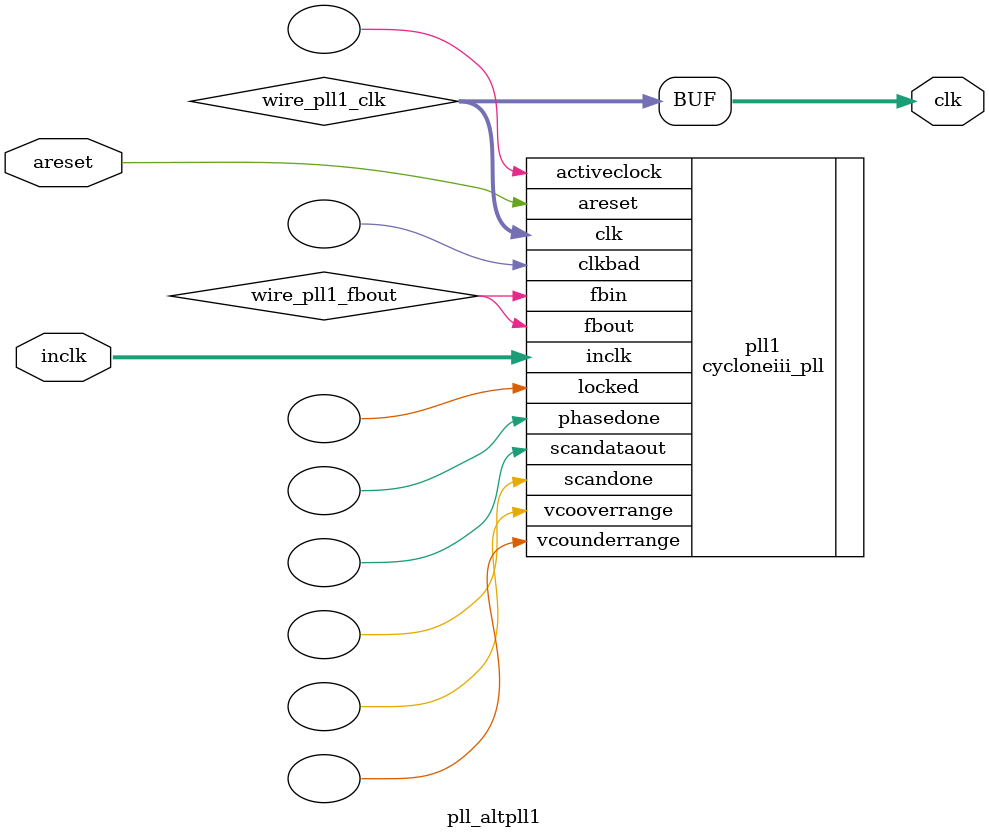
<source format=v>






//synthesis_resources = cycloneiii_pll 1 
//synopsys translate_off
`timescale 1 ps / 1 ps
//synopsys translate_on
module  pll_altpll1
	( 
	areset,
	clk,
	inclk) /* synthesis synthesis_clearbox=1 */;
	input   areset;
	output   [4:0]  clk;
	input   [1:0]  inclk;
`ifndef ALTERA_RESERVED_QIS
// synopsys translate_off
`endif
	tri0   areset;
	tri0   [1:0]  inclk;
`ifndef ALTERA_RESERVED_QIS
// synopsys translate_on
`endif

	wire  [4:0]   wire_pll1_clk;
	wire  wire_pll1_fbout;

	cycloneiii_pll   pll1
	( 
	.activeclock(),
	.areset(areset),
	.clk(wire_pll1_clk),
	.clkbad(),
	.fbin(wire_pll1_fbout),
	.fbout(wire_pll1_fbout),
	.inclk(inclk),
	.locked(),
	.phasedone(),
	.scandataout(),
	.scandone(),
	.vcooverrange(),
	.vcounderrange()
	`ifndef FORMAL_VERIFICATION
	// synopsys translate_off
	`endif
	,
	.clkswitch(1'b0),
	.configupdate(1'b0),
	.pfdena(1'b1),
	.phasecounterselect({3{1'b0}}),
	.phasestep(1'b0),
	.phaseupdown(1'b0),
	.scanclk(1'b0),
	.scanclkena(1'b1),
	.scandata(1'b0)
	`ifndef FORMAL_VERIFICATION
	// synopsys translate_on
	`endif
	);
	defparam
		pll1.bandwidth_type = "auto",
		pll1.clk0_divide_by = 1000,
		pll1.clk0_duty_cycle = 50,
		pll1.clk0_multiply_by = 1,
		pll1.clk0_phase_shift = "0",
		pll1.compensate_clock = "clk0",
		pll1.inclk0_input_frequency = 20000,
		pll1.operation_mode = "normal",
		pll1.pll_type = "auto",
		pll1.lpm_type = "cycloneiii_pll";
	assign
		clk = {wire_pll1_clk[4:0]};
endmodule //pll_altpll1
//VALID FILE

</source>
